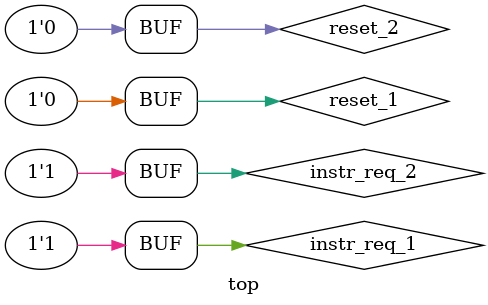
<source format=sv>
`ifdef RISCV_FORMAL
    `define RVFI
`endif

module top (

);
    (* gclk *) reg clk;

    logic clock;
    initial clock = 0;
    always @(posedge clk) begin
        clock <= !clock;
    end

    logic clock_1;
    logic clock_2;

    logic reset_1;
    logic reset_2;
	initial begin
        #10;
		reset_1 <= 1;
		reset_2 <= 1;
        #40;
		reset_1 <= 0;
		reset_2 <= 0;

	end
	//always @(posedge clock) begin
	//	reset_1 <= 0;
	//	reset_2 <= 0;
    //end

    
	integer counter;
	initial counter <= 0;
	always @(posedge clock) begin
		counter <= counter +1;
	end


    logic instr_req_1;
    logic instr_req_2;
    logic [31:0] instr_addr_1;
    logic [31:0] instr_addr_2;
    logic instr_gnt_1;
    logic instr_gnt_2;
    logic [31:0] instr_1;
    logic [31:0] instr_2;


    logic data_req_1;
    logic data_req_2;
    logic data_we_1;
    logic data_we_2;
    logic [3:0] data_be_1;
    logic [3:0] data_be_2;
    logic [31:0] data_addr_1;
    logic [31:0] data_addr_2;
    logic data_gnt_1;
    logic data_gnt_2;
    logic data_rvalid_1;
    logic data_rvalid_2;
    logic [31:0] data_rdata_1;
    logic [31:0] data_rdata_2;
    logic [31:0] data_wdata_1;
    logic [31:0] data_wdata_2;
    logic data_err_1;
    logic data_err_2;

    logic        irq_x_ack_1;
    logic        irq_x_ack_2;
    logic [4:0]  irq_x_ack_id_1;
    logic [4:0]  irq_x_ack_id_2;

    logic alert_major_1;
    logic alert_major_2;
    logic alert_minor_1;
    logic alert_minor_2;
    logic core_sleep_1;
    logic core_sleep_2;


    logic retire_1;
    logic retire_2;
    logic [31:0] retire_instr_1;
    logic [31:0] retire_instr_2;
    logic fetch_1;
    logic fetch_2;
    logic [31:0] mem_r_data_1;
    logic [31:0] mem_w_data_1;
    logic [31:0] mem_r_data_2;
    logic [31:0] mem_w_data_2;

    logic retire;
    logic atk_equiv;
    logic ctr_equiv;

    logic enable_1;
    logic enable_2;
    logic finished;

    `ifdef RVFI
        logic valid_1;
        logic valid_2;
        logic [31:0] insn_1;
        logic [31:0] insn_2;
        logic [4:0] rd_1;
        logic [4:0] rd_2;
        logic [4:0] rs1_1;
        logic [4:0] rs1_2;
        logic [4:0] rs2_1;
        logic [4:0] rs2_2;
        logic [31:0] rs1_rdata_1;
        logic [31:0] rs1_rdata_2;
        logic [31:0] rs2_rdata_1;
        logic [31:0] rs2_rdata_2;
        logic [31:0] rd_wdata_1;
        logic [31:0] rd_wdata_2;
        logic [31:0] mem_addr_1;
        logic [31:0] mem_addr_2;
        logic [31:0] mem_rdata_1;
        logic [31:0] mem_rdata_2;
        logic [31:0] mem_wdata_1;
        logic [31:0] mem_wdata_2;
        logic [3:0] mem_rmask_1;
        logic [3:0] mem_rmask_2;
        logic [3:0] mem_wmask_1;
        logic [3:0] mem_wmask_2;
        logic [31:0] mem_addr_real_1;
        logic [31:0] mem_addr_real_2;
        logic [31:0] new_pc_1;
        logic [31:0] new_pc_2;
        logic rvfi_trap_1;
        logic rvfi_trap_2;
    `endif


    instr_mem #(
        .ID                     (1),
    ) instr_mem_1 (
        .clk_i                  (clock_1),
        .enable_i               (enable_1),
        .instr_req_i            (instr_req_1),
        .instr_addr_i           (instr_addr_1),
        .instr_gnt_o            (instr_gnt_1),
        .instr_o                (instr_1),
    );

    instr_mem #(
        .ID                     (2),
    ) instr_mem_2 (
        .clk_i                  (clock_2),
        .enable_i               (enable_2),
        .instr_req_i            (instr_req_2),
        .instr_addr_i           (instr_addr_2),
        .instr_gnt_o            (instr_gnt_2),
        .instr_o                (instr_2),
    );

    data_mem data_mem_1 (
        .clk_i                  (clock_1),
        .data_req_i             (data_req_1),
        .data_we_i              (data_we_1),
        .data_be_i              (data_be_1),
        .data_addr_i            (data_addr_1),
        .data_wdata_i           (data_wdata_1),
        .data_gnt_o             (data_gnt_1),
        .data_rvalid_o          (data_rvalid_1),
        .data_rdata_o           (data_rdata_1),
        .data_err_o             (data_err_1),
    );

    data_mem data_mem_2 (
        .clk_i                  (clock_2),
        .data_req_i             (data_req_2),
        .data_we_i              (data_we_2),
        .data_be_i              (data_be_2),
        .data_addr_i            (data_addr_2),
        .data_wdata_i           (data_wdata_2),
        .data_gnt_o             (data_gnt_2),
        .data_rvalid_o          (data_rvalid_2),
        .data_rdata_o           (data_rdata_2),
        .data_err_o             (data_err_2),
    );

    wire data_re_1;
    wire flush_1;
    darkriscv_2stages core_1 (
        .CLK(clock_1),
        .RES(reset_1),
        .HLT(1'b0),
        .IDATA(instr_1),
        .IADDR(instr_addr_1),
        .DATAI(data_rdata_1),
        .DATAO(data_wdata_1),
        .DADDR(data_addr_1),
        .BE(data_be_1),
        .WR(data_we_1),
        .RD(data_re_1),
        .IDLE(),
        .DEBUG(),
        .FLUSH(flush_1),
        .rvfi_valid(retire_1),
        .rvfi_order(),
        .rvfi_insn(retire_instr_1),
        .rvfi_trap(retire_trap_1),
        .rvfi_halt(),
        .rvfi_intr(),
        .rvfi_mode(),
        .rvfi_ixl(),
        .rvfi_rs1_addr(rs1_1),
        .rvfi_rs2_addr(rs2_1),
        .rvfi_rs3_addr(),
        .rvfi_rs1_rdata(rs1_rdata_1),
        .rvfi_rs2_rdata(rs2_rdata_1),
        .rvfi_rs3_rdata(),
        .rvfi_rd_addr(rd_1),
        .rvfi_rd_wdata(rd_wdata_1),
        .rvfi_pc_rdata(),
        .rvfi_pc_wdata(new_pc_1),
        .rvfi_mem_addr(mem_addr_1),
        .rvfi_mem_rmask(mem_rmask_1),
        .rvfi_mem_wmask(mem_wmask_1),
        .rvfi_mem_rdata(mem_rdata_1),
        .rvfi_mem_wdata(mem_wdata_1),
    );
    assign instr_req_1 = 1'b1;
    assign data_req_1 = data_re_1 || data_we_1;
    reg flushed_1;
    always @(posedge clock_1) begin
        flushed_1 <= flush_1;
    end
    assign fetch_1 = !flush_1;

    wire data_re_2;
    wire flush_2;
    darkriscv_2stages core_2 (
        .CLK(clock_2),
        .RES(reset_2),
        .HLT(1'b0),
        .IDATA(instr_2),
        .IADDR(instr_addr_2),
        .DATAI(data_rdata_2),
        .DATAO(data_wdata_2),
        .DADDR(data_addr_2),
        .BE(data_be_2),
        .WR(data_we_2),
        .RD(data_re_2),
        .IDLE(),
        .DEBUG(),
        .FLUSH(flush_2),
        .rvfi_valid(retire_2),
        .rvfi_order(),
        .rvfi_insn(retire_instr_2),
        .rvfi_trap(retire_trap_2),
        .rvfi_halt(),
        .rvfi_intr(),
        .rvfi_mode(),
        .rvfi_ixl(),
        .rvfi_rs1_addr(rs1_2),
        .rvfi_rs2_addr(rs2_2),
        .rvfi_rs3_addr(),
        .rvfi_rs1_rdata(rs1_rdata_2),
        .rvfi_rs2_rdata(rs2_rdata_2),
        .rvfi_rs3_rdata(),
        .rvfi_rd_addr(rd_2),
        .rvfi_rd_wdata(rd_wdata_2),
        .rvfi_pc_rdata(),
        .rvfi_pc_wdata(new_pc_2),
        .rvfi_mem_addr(mem_addr_2),
        .rvfi_mem_rmask(mem_rmask_2),
        .rvfi_mem_wmask(mem_wmask_2),
        .rvfi_mem_rdata(mem_rdata_2),
        .rvfi_mem_wdata(mem_wdata_2),
    );
    assign instr_req_2 = 1'b1;
    assign data_req_2 = data_re_2 || data_we_2;
    reg flushed_2;
    always @(posedge clock_2) begin
        flushed_2 <= flush_2;
    end
    assign fetch_2 = !flush_2;

    atk atk (
        .clk_i(clock),
        .atk_observation_1_i    (clock_1),
        .atk_observation_2_i    (clock_2),
        .atk_equiv_o            (atk_equiv),
    );

    assign mem_r_data_1 = {
            mem_rmask_1[3] ? mem_rdata_1[31:24] : 8'b0,
            mem_rmask_1[2] ? mem_rdata_1[23:16] : 8'b0,
            mem_rmask_1[1] ? mem_rdata_1[15:8] : 8'b0,
            mem_rmask_1[0] ? mem_rdata_1[7:0] : 8'b0
        };
    assign mem_w_data_1 = {
            mem_wmask_1[3] ? mem_wdata_1[31:24] : 8'b0,
            mem_wmask_1[2] ? mem_wdata_1[23:16] : 8'b0,
            mem_wmask_1[1] ? mem_wdata_1[15:8] : 8'b0,
            mem_wmask_1[0] ? mem_wdata_1[7:0] : 8'b0
        };

    assign mem_r_data_2 = {
            mem_rmask_2[3] ? mem_rdata_2[31:24] : 8'b0,
            mem_rmask_2[2] ? mem_rdata_2[23:16] : 8'b0,
            mem_rmask_2[1] ? mem_rdata_2[15:8] : 8'b0,
            mem_rmask_2[0] ? mem_rdata_2[7:0] : 8'b0
        };
    assign mem_w_data_2 = {
            mem_wmask_2[3] ? mem_wdata_2[31:24] : 8'b0,
            mem_wmask_2[2] ? mem_wdata_2[23:16] : 8'b0,
            mem_wmask_2[1] ? mem_wdata_2[15:8] : 8'b0,
            mem_wmask_2[0] ? mem_wdata_2[7:0] : 8'b0
        };

    assign mem_addr_real_1 = (mem_rmask_1 == 0 && mem_wmask_1 == 0) ? 0 : mem_addr_1;
    assign mem_addr_real_2 = (mem_rmask_2 == 0 && mem_wmask_2 == 0) ? 0 : mem_addr_2;
    ctr ctr (
        .clk_i                  (clock),
        .retire_i               (retire),
        .instr_1_i              (retire_instr_1),
        .instr_2_i              (retire_instr_2),
        .rd_1                   (rd_1),
        .rd_2                   (rd_2),
        .rs1_1                  (rs1_1),
        .rs1_2                  (rs1_2),
        .rs2_1                  (rs2_1),
        .rs2_2                  (rs2_2),
        .reg_rs1_1              (rs1_rdata_1),
        .reg_rs1_2              (rs1_rdata_2),
        .reg_rs2_1              (rs2_rdata_1),
        .reg_rs2_2              (rs2_rdata_2),
        .reg_rd_1               (rd_wdata_1),
        .reg_rd_2               (rd_wdata_2),
        .mem_addr_1             (mem_addr_real_1),
        .mem_addr_2             (mem_addr_real_2),
        .mem_r_data_1           (mem_r_data_1),
        .mem_r_data_2           (mem_r_data_2),
        .mem_r_mask_1           (mem_rmask_1),
        .mem_r_mask_2           (mem_rmask_2),
        .mem_w_data_1           (mem_w_data_1),
        .mem_w_data_2           (mem_w_data_2),
        .mem_w_mask_1           (mem_wmask_1),
        .mem_w_mask_2           (mem_wmask_2),
        .new_pc_1               (new_pc_1),
        .new_pc_2               (new_pc_2),
        .ctr_equiv_o            (ctr_equiv),
    );

    clk_sync clk_sync (
        .clk_i                  (clock),
        .retire_1_i             (retire_1),
        .retire_2_i             (retire_2),
        .clk_1_o                (clock_1),
        .clk_2_o                (clock_2),
        .retire_o               (retire),
    );

    control control (
        .clk_i                  (clock),
        .retire_i               (retire),
        .fetch_1_i              (fetch_1),
        .fetch_2_i              (fetch_2),
        .instr_addr_1_i         (instr_addr_1),
        .instr_addr_2_i         (instr_addr_2),
        .enable_1_o             (enable_1),
        .enable_2_o             (enable_2),
        .finished_o             (finished),
    );

//    always @(posedge clk) begin
//        if (finished && ctr_equiv && !atk_equiv) {
//            $finish();
//        }
//    end

endmodule

</source>
